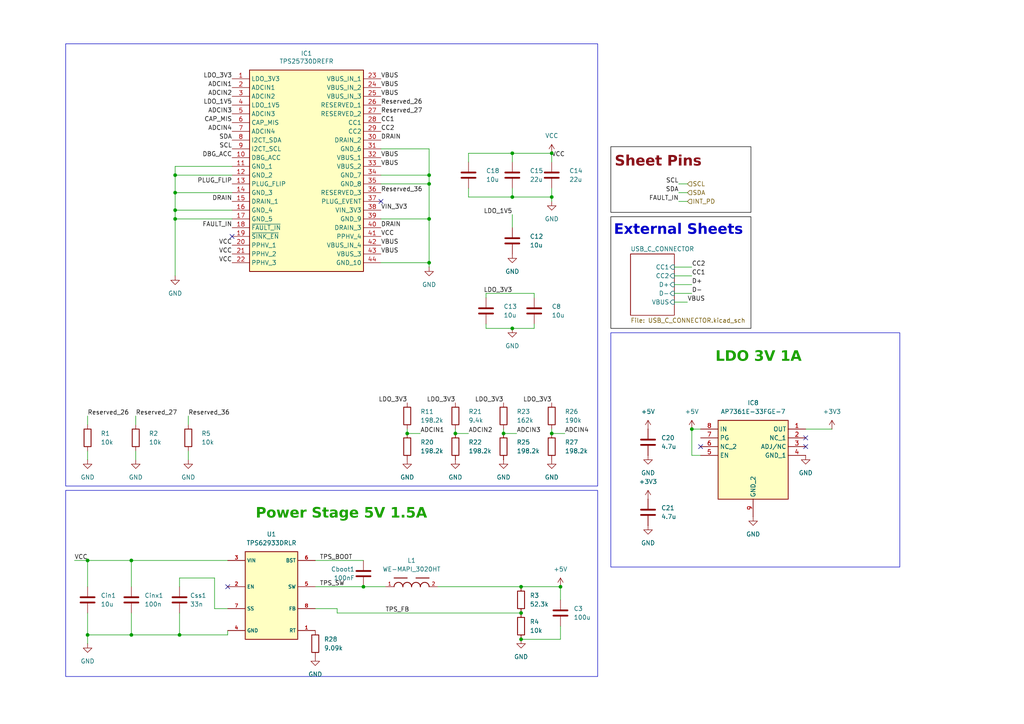
<source format=kicad_sch>
(kicad_sch (version 20250114) (generator "eeschema") (generator_version "9.0")
  (paper "A4")
  (lib_symbols
    (symbol "Device:C" (pin_numbers (hide yes)) (pin_names (offset 0.254))
      (property "Reference" "C" (at 0.635 2.54 0))
      (property "Value" "C" (at 0.635 -2.54 0))
      (symbol "C_0_1"
        (polyline (pts (xy -2.032 0.762) (xy 2.032 0.762)) (stroke (width 0.508)))
        (polyline (pts (xy -2.032 -0.762) (xy 2.032 -0.762)) (stroke (width 0.508)))
      )
      (symbol "C_1_1"
        (pin passive line (at 0 3.81 270) (length 2.794) (name "~") (number "1"))
        (pin passive line (at 0 -3.81 90) (length 2.794) (name "~") (number "2"))
      )
    )
    (symbol "Device:R" (pin_numbers (hide yes)) (pin_names (offset 0))
      (property "Reference" "R" (at 2.032 0 90))
      (property "Value" "R" (at 0 0 90))
      (symbol "R_0_1"
        (rectangle (start -1.016 -2.54) (end 1.016 2.54) (stroke (width 0.254)))
      )
      (symbol "R_1_1"
        (pin passive line (at 0 3.81 270) (length 1.27) (name "~") (number "1"))
        (pin passive line (at 0 -3.81 90) (length 1.27) (name "~") (number "2"))
      )
    )
    (symbol "Symbols:AP7361E-33FGE-7"
      (property "Reference" "IC" (at 26.67 7.62 0))
      (property "Value" "AP7361E-33FGE-7" (at 26.67 5.08 0))
      (symbol "AP7361E-33FGE-7_1_1"
        (rectangle (start 5.08 2.54) (end 25.4 -20.32) (stroke (width 0.254)) (fill (type background)))
        (pin passive line (at 0 0 0) (length 5.08) (name "OUT") (number "1"))
        (pin passive line (at 0 -2.54 0) (length 5.08) (name "NC_1") (number "2"))
        (pin passive line (at 0 -5.08 0) (length 5.08) (name "ADJ/NC") (number "3"))
        (pin passive line (at 0 -7.62 0) (length 5.08) (name "GND_1") (number "4"))
        (pin passive line (at 15.24 -25.4 90) (length 5.08) (name "GND_2") (number "9"))
        (pin passive line (at 30.48 0 180) (length 5.08) (name "IN") (number "8"))
        (pin passive line (at 30.48 -2.54 180) (length 5.08) (name "PG") (number "7"))
        (pin passive line (at 30.48 -5.08 180) (length 5.08) (name "NC_2") (number "6"))
        (pin passive line (at 30.48 -7.62 180) (length 5.08) (name "EN") (number "5"))
      )
    )
    (symbol "Symbols:TPS25730DREFR"
      (property "Reference" "IC" (at 39.37 7.62 0))
      (property "Value" "TPS25730DREFR" (at 39.37 5.08 0))
      (symbol "TPS25730DREFR_1_1"
        (rectangle (start 5.08 2.54) (end 38.1 -55.88) (stroke (width 0.254)) (fill (type background)))
        (pin passive line (at 0 0 0) (length 5.08) (name "LDO_3V3") (number "1"))
        (pin passive line (at 0 -2.54 0) (length 5.08) (name "ADCIN1") (number "2"))
        (pin passive line (at 0 -5.08 0) (length 5.08) (name "ADCIN2") (number "3"))
        (pin passive line (at 0 -7.62 0) (length 5.08) (name "LDO_1V5") (number "4"))
        (pin passive line (at 0 -10.16 0) (length 5.08) (name "ADCIN3") (number "5"))
        (pin passive line (at 0 -12.7 0) (length 5.08) (name "CAP_MIS") (number "6"))
        (pin passive line (at 0 -15.24 0) (length 5.08) (name "ADCIN4") (number "7"))
        (pin passive line (at 0 -17.78 0) (length 5.08) (name "I2CT_SDA") (number "8"))
        (pin passive line (at 0 -20.32 0) (length 5.08) (name "I2CT_SCL") (number "9"))
        (pin passive line (at 0 -22.86 0) (length 5.08) (name "DBG_ACC") (number "10"))
        (pin passive line (at 0 -25.4 0) (length 5.08) (name "GND_1") (number "11"))
        (pin passive line (at 0 -27.94 0) (length 5.08) (name "GND_2") (number "12"))
        (pin passive line (at 0 -30.48 0) (length 5.08) (name "PLUG_FLIP") (number "13"))
        (pin passive line (at 0 -33.02 0) (length 5.08) (name "GND_3") (number "14"))
        (pin passive line (at 0 -35.56 0) (length 5.08) (name "DRAIN_1") (number "15"))
        (pin passive line (at 0 -38.1 0) (length 5.08) (name "GND_4") (number "16"))
        (pin passive line (at 0 -40.64 0) (length 5.08) (name "GND_5") (number "17"))
        (pin passive line (at 0 -43.18 0) (length 5.08) (name "~{FAULT_IN}") (number "18"))
        (pin passive line (at 0 -45.72 0) (length 5.08) (name "~{SINK_EN}") (number "19"))
        (pin passive line (at 0 -48.26 0) (length 5.08) (name "PPHV_1") (number "20"))
        (pin passive line (at 0 -50.8 0) (length 5.08) (name "PPHV_2") (number "21"))
        (pin passive line (at 0 -53.34 0) (length 5.08) (name "PPHV_3") (number "22"))
        (pin passive line (at 43.18 0 180) (length 5.08) (name "VBUS_IN_1") (number "23"))
        (pin passive line (at 43.18 -2.54 180) (length 5.08) (name "VBUS_IN_2") (number "24"))
        (pin passive line (at 43.18 -5.08 180) (length 5.08) (name "VBUS_IN_3") (number "25"))
        (pin passive line (at 43.18 -7.62 180) (length 5.08) (name "RESERVED_1") (number "26"))
        (pin passive line (at 43.18 -10.16 180) (length 5.08) (name "RESERVED_2") (number "27"))
        (pin passive line (at 43.18 -12.7 180) (length 5.08) (name "CC1") (number "28"))
        (pin passive line (at 43.18 -15.24 180) (length 5.08) (name "CC2") (number "29"))
        (pin passive line (at 43.18 -17.78 180) (length 5.08) (name "DRAIN_2") (number "30"))
        (pin passive line (at 43.18 -20.32 180) (length 5.08) (name "GND_6") (number "31"))
        (pin passive line (at 43.18 -22.86 180) (length 5.08) (name "VBUS_1") (number "32"))
        (pin passive line (at 43.18 -25.4 180) (length 5.08) (name "VBUS_2") (number "33"))
        (pin passive line (at 43.18 -27.94 180) (length 5.08) (name "GND_7") (number "34"))
        (pin passive line (at 43.18 -30.48 180) (length 5.08) (name "GND_8") (number "35"))
        (pin passive line (at 43.18 -33.02 180) (length 5.08) (name "RESERVED_3") (number "36"))
        (pin passive line (at 43.18 -35.56 180) (length 5.08) (name "PLUG_EVENT") (number "37"))
        (pin passive line (at 43.18 -38.1 180) (length 5.08) (name "VIN_3V3") (number "38"))
        (pin passive line (at 43.18 -40.64 180) (length 5.08) (name "GND_9") (number "39"))
        (pin passive line (at 43.18 -43.18 180) (length 5.08) (name "DRAIN_3") (number "40"))
        (pin passive line (at 43.18 -45.72 180) (length 5.08) (name "PPHV_4") (number "41"))
        (pin passive line (at 43.18 -48.26 180) (length 5.08) (name "VBUS_IN_4") (number "42"))
        (pin passive line (at 43.18 -50.8 180) (length 5.08) (name "VBUS_3") (number "43"))
        (pin passive line (at 43.18 -53.34 180) (length 5.08) (name "GND_10") (number "44"))
      )
    )
    (symbol "Symbols:TPS62933DRLR"
      (property "Reference" "U2" (at 0 17.78 0))
      (property "Value" "TPS62933DRLR" (at 0 15.24 0))
      (symbol "TPS62933DRLR_0_0"
        (rectangle (start -7.62 12.7) (end 7.62 -12.7) (stroke (width 0.254)) (fill (type background)))
        (pin input line (at -12.7 10.16 0) (length 5.08) (name "VIN") (number "3"))
        (pin input line (at -12.7 2.54 0) (length 5.08) (name "EN") (number "2"))
        (pin power_in line (at -12.7 -10.16 0) (length 5.08) (name "GND") (number "4"))
        (pin power_in line (at 12.7 10.16 180) (length 5.08) (name "BST") (number "6"))
        (pin output line (at 12.7 2.54 180) (length 5.08) (name "SW") (number "5"))
        (pin input line (at 12.7 -3.81 180) (length 5.08) (name "FB") (number "8"))
        (pin input line (at 12.7 -10.16 180) (length 5.08) (name "RT") (number "1"))
      )
      (symbol "TPS62933DRLR_1_0"
        (pin output line (at -12.7 -3.81 0) (length 5.08) (name "SS") (number "7"))
      )
    )
    (symbol "Symbols:WE-MAPI_3020HT" (pin_names (offset 1.016))
      (property "Reference" "L" (at 0 3.81 0))
      (property "Value" "WE-MAPI_3020HT" (at 0 -2.54 0))
      (symbol "WE-MAPI_3020HT_0_0"
        (polyline (pts (xy -5.08 2.54) (xy -1.27 2.54)) (stroke (width 0.254)))
        (arc (start -5.08 0) (mid -3.81 1.2645) (end -2.54 0) (stroke (width 0.254)))
        (arc (start -2.54 0) (mid -1.27 1.2645) (end 0 0) (stroke (width 0.254)))
        (polyline (pts (xy 1.27 2.54) (xy 5.08 2.54)) (stroke (width 0.254)))
        (arc (start 0 0) (mid 1.27 1.2645) (end 2.54 0) (stroke (width 0.254)))
        (arc (start 2.54 0) (mid 3.81 1.2645) (end 5.08 0) (stroke (width 0.254)))
        (pin passive line (at -7.62 0 0) (length 2.54) (name "~") (number "1"))
        (pin passive line (at 7.62 0 180) (length 2.54) (name "~") (number "2"))
      )
    )
    (symbol "power:+5V" (power) (pin_numbers (hide yes)) (pin_names (offset 0) (hide yes))
      (property "Value" "+5V" (at 0 3.556 0))
      (symbol "+5V_0_1"
        (polyline (pts (xy -0.762 1.27) (xy 0 2.54)))
        (polyline (pts (xy 0 2.54) (xy 0.762 1.27)))
        (polyline (pts (xy 0 0) (xy 0 2.54)))
      )
      (symbol "+5V_1_1"
        (pin power_in line (at 0 0 90) (length 0) (name "~") (number "1"))
      )
    )
    (symbol "power:GND" (power) (pin_numbers (hide yes)) (pin_names (offset 0) (hide yes))
      (property "Value" "GND" (at 0 -3.81 0))
      (symbol "GND_0_1"
        (polyline (pts (xy 0 0) (xy 0 -1.27) (xy 1.27 -1.27) (xy 0 -2.54) (xy -1.27 -1.27) (xy 0 -1.27)))
      )
      (symbol "GND_1_1"
        (pin power_in line (at 0 0 270) (length 0) (name "~") (number "1"))
      )
    )
    (symbol "power:VCC" (power) (pin_numbers (hide yes)) (pin_names (offset 0) (hide yes))
      (property "Value" "VCC" (at 0 3.556 0))
      (symbol "VCC_0_1"
        (polyline (pts (xy -0.762 1.27) (xy 0 2.54)))
        (polyline (pts (xy 0 2.54) (xy 0.762 1.27)))
        (polyline (pts (xy 0 0) (xy 0 2.54)))
      )
      (symbol "VCC_1_1"
        (pin power_in line (at 0 0 90) (length 0) (name "~") (number "1"))
      )
    )
  )
  (rectangle (start 19.05 142.24) (end 173.355 196.215))
  (rectangle (start 177.165 42.545) (end 217.805 61.595) (stroke (width 0) (color 0 0 0 1)))
  (rectangle (start 177.165 96.52) (end 260.985 164.465))
  (rectangle (start 19.05 12.7) (end 173.355 140.97))
  (rectangle (start 177.165 62.865) (end 217.805 95.25) (stroke (width 0) (color 0 0 0 1)))
  (text "Sheet Pins" (at 178.308 49.53 0) (effects (font (size 3 3) (thickness 0.6) (bold yes)) (justify left bottom)))
  (text "Power Stage 5V 1.5A" (at 74.168 151.638 0) (effects (font (size 3 3) (thickness 0.6) (bold yes)) (justify left bottom)))
  (text "External Sheets\n" (at 178.054 69.342 0) (effects (font (size 3 3) (thickness 0.6) (bold yes)) (justify left bottom)))
  (text "LDO 3V 1A\n" (at 207.518 106.172 0) (effects (font (size 3 3) (thickness 0.6) (bold yes)) (justify left bottom)))
  (junction (at 50.8 55.88))
  (junction (at 50.8 60.96))
  (junction (at 124.46 76.2))
  (junction (at 132.08 125.73))
  (junction (at 148.59 95.25))
  (junction (at 25.4 162.56))
  (junction (at 148.59 57.15))
  (junction (at 105.41 170.18))
  (junction (at 118.11 125.73))
  (junction (at 50.8 50.8))
  (junction (at 160.02 125.73))
  (junction (at 124.46 50.8))
  (junction (at 160.02 57.15))
  (junction (at 200.66 124.46))
  (junction (at 148.59 44.45))
  (junction (at 25.4 184.15))
  (junction (at 50.8 63.5))
  (junction (at 124.46 53.34))
  (junction (at 52.07 184.15))
  (junction (at 151.13 170.18))
  (junction (at 162.56 170.18))
  (junction (at 160.02 44.45))
  (junction (at 38.1 184.15))
  (junction (at 151.13 177.8))
  (junction (at 146.05 125.73))
  (junction (at 151.13 185.42))
  (junction (at 38.1 162.56))
  (junction (at 124.46 63.5))
  (no_connect (at 110.49 58.42))
  (no_connect (at 233.68 127))
  (no_connect (at 233.68 129.54))
  (no_connect (at 67.31 68.58))
  (no_connect (at 203.2 129.54))
  (no_connect (at 66.04 170.18))
  (wire (pts (xy 160.02 57.15) (xy 160.02 54.61)))
  (wire (pts (xy 124.46 53.34) (xy 110.49 53.34)))
  (wire (pts (xy 62.23 167.64) (xy 62.23 176.53)))
  (wire (pts (xy 160.02 58.42) (xy 160.02 57.15)))
  (wire (pts (xy 91.44 176.53) (xy 97.79 176.53)))
  (wire (pts (xy 196.85 58.42) (xy 199.39 58.42)))
  (wire (pts (xy 160.02 44.45) (xy 160.02 46.99)))
  (wire (pts (xy 50.8 48.26) (xy 67.31 48.26)))
  (wire (pts (xy 118.11 124.46) (xy 118.11 125.73)))
  (wire (pts (xy 97.79 176.53) (xy 97.79 177.8)))
  (wire (pts (xy 52.07 170.18) (xy 52.07 167.64)))
  (wire (pts (xy 50.8 55.88) (xy 50.8 50.8)))
  (wire (pts (xy 50.8 50.8) (xy 67.31 50.8)))
  (wire (pts (xy 151.13 170.18) (xy 162.56 170.18)))
  (wire (pts (xy 196.85 53.34) (xy 199.39 53.34)))
  (wire (pts (xy 105.41 170.18) (xy 111.76 170.18)))
  (wire (pts (xy 148.59 44.45) (xy 160.02 44.45)))
  (wire (pts (xy 195.58 77.47) (xy 200.66 77.47)))
  (wire (pts (xy 135.89 54.61) (xy 135.89 57.15)))
  (wire (pts (xy 124.46 76.2) (xy 124.46 63.5)))
  (wire (pts (xy 140.97 85.09) (xy 140.97 86.36)))
  (wire (pts (xy 124.46 50.8) (xy 124.46 53.34)))
  (wire (pts (xy 25.4 184.15) (xy 25.4 177.8)))
  (wire (pts (xy 38.1 184.15) (xy 52.07 184.15)))
  (wire (pts (xy 154.94 85.09) (xy 154.94 86.36)))
  (wire (pts (xy 195.58 82.55) (xy 200.66 82.55)))
  (wire (pts (xy 50.8 50.8) (xy 50.8 48.26)))
  (wire (pts (xy 160.02 125.73) (xy 163.83 125.73)))
  (wire (pts (xy 50.8 60.96) (xy 67.31 60.96)))
  (wire (pts (xy 39.37 130.81) (xy 39.37 133.35)))
  (wire (pts (xy 25.4 162.56) (xy 38.1 162.56)))
  (wire (pts (xy 146.05 125.73) (xy 149.86 125.73)))
  (wire (pts (xy 50.8 60.96) (xy 50.8 55.88)))
  (wire (pts (xy 50.8 63.5) (xy 50.8 60.96)))
  (wire (pts (xy 135.89 44.45) (xy 148.59 44.45)))
  (wire (pts (xy 25.4 120.65) (xy 25.4 123.19)))
  (wire (pts (xy 97.79 177.8) (xy 151.13 177.8)))
  (wire (pts (xy 195.58 87.63) (xy 199.39 87.63)))
  (wire (pts (xy 132.08 125.73) (xy 135.89 125.73)))
  (wire (pts (xy 124.46 43.18) (xy 124.46 50.8)))
  (wire (pts (xy 54.61 130.81) (xy 54.61 133.35)))
  (wire (pts (xy 124.46 63.5) (xy 110.49 63.5)))
  (wire (pts (xy 38.1 162.56) (xy 66.04 162.56)))
  (wire (pts (xy 25.4 184.15) (xy 38.1 184.15)))
  (wire (pts (xy 110.49 50.8) (xy 124.46 50.8)))
  (wire (pts (xy 118.11 125.73) (xy 121.92 125.73)))
  (wire (pts (xy 52.07 184.15) (xy 66.04 184.15)))
  (wire (pts (xy 140.97 95.25) (xy 140.97 93.98)))
  (wire (pts (xy 146.05 124.46) (xy 146.05 125.73)))
  (wire (pts (xy 124.46 76.2) (xy 124.46 77.47)))
  (wire (pts (xy 200.66 132.08) (xy 200.66 124.46)))
  (wire (pts (xy 124.46 63.5) (xy 124.46 53.34)))
  (wire (pts (xy 241.3 124.46) (xy 233.68 124.46)))
  (wire (pts (xy 148.59 95.25) (xy 154.94 95.25)))
  (wire (pts (xy 50.8 63.5) (xy 67.31 63.5)))
  (wire (pts (xy 162.56 170.18) (xy 162.56 173.99)))
  (wire (pts (xy 38.1 162.56) (xy 38.1 170.18)))
  (wire (pts (xy 127 170.18) (xy 151.13 170.18)))
  (wire (pts (xy 196.85 55.88) (xy 199.39 55.88)))
  (wire (pts (xy 50.8 55.88) (xy 67.31 55.88)))
  (wire (pts (xy 66.04 184.15) (xy 66.04 182.88)))
  (wire (pts (xy 91.44 162.56) (xy 105.41 162.56)))
  (wire (pts (xy 151.13 185.42) (xy 162.56 185.42)))
  (wire (pts (xy 25.4 186.69) (xy 25.4 184.15)))
  (wire (pts (xy 110.49 43.18) (xy 124.46 43.18)))
  (wire (pts (xy 135.89 57.15) (xy 148.59 57.15)))
  (wire (pts (xy 160.02 124.46) (xy 160.02 125.73)))
  (wire (pts (xy 25.4 170.18) (xy 25.4 162.56)))
  (wire (pts (xy 154.94 95.25) (xy 154.94 93.98)))
  (wire (pts (xy 54.61 120.65) (xy 54.61 123.19)))
  (wire (pts (xy 140.97 85.09) (xy 154.94 85.09)))
  (wire (pts (xy 52.07 177.8) (xy 52.07 184.15)))
  (wire (pts (xy 162.56 181.61) (xy 162.56 185.42)))
  (wire (pts (xy 200.66 124.46) (xy 203.2 124.46)))
  (wire (pts (xy 39.37 120.65) (xy 39.37 123.19)))
  (wire (pts (xy 21.59 162.56) (xy 25.4 162.56)))
  (wire (pts (xy 195.58 80.01) (xy 200.66 80.01)))
  (wire (pts (xy 91.44 170.18) (xy 105.41 170.18)))
  (wire (pts (xy 148.59 57.15) (xy 160.02 57.15)))
  (wire (pts (xy 25.4 130.81) (xy 25.4 133.35)))
  (wire (pts (xy 135.89 46.99) (xy 135.89 44.45)))
  (wire (pts (xy 132.08 124.46) (xy 132.08 125.73)))
  (wire (pts (xy 203.2 132.08) (xy 200.66 132.08)))
  (wire (pts (xy 148.59 66.04) (xy 148.59 62.23)))
  (wire (pts (xy 148.59 54.61) (xy 148.59 57.15)))
  (wire (pts (xy 148.59 46.99) (xy 148.59 44.45)))
  (wire (pts (xy 148.59 95.25) (xy 140.97 95.25)))
  (wire (pts (xy 62.23 176.53) (xy 66.04 176.53)))
  (wire (pts (xy 50.8 80.01) (xy 50.8 63.5)))
  (wire (pts (xy 195.58 85.09) (xy 200.66 85.09)))
  (wire (pts (xy 110.49 76.2) (xy 124.46 76.2)))
  (wire (pts (xy 52.07 167.64) (xy 62.23 167.64)))
  (wire (pts (xy 38.1 177.8) (xy 38.1 184.15)))
  (label "LDO_1V5" (at 67.31 30.48 180))
  (label "ADCIN1" (at 67.31 25.4 180))
  (label "VCC" (at 110.49 68.58 0))
  (label "SCL" (at 67.31 43.18 180))
  (label "ADCIN4" (at 163.83 125.73 0))
  (label "ADCIN2" (at 135.89 125.73 0))
  (label "TPS_BOOT" (at 92.71 162.56 0))
  (label "Reserved_26" (at 110.49 30.48 0))
  (label "DRAIN" (at 110.49 40.64 0))
  (label "CAP_MIS" (at 67.31 35.56 180))
  (label "Reserved_36" (at 54.61 120.65 0))
  (label "D-" (at 200.66 85.09 0))
  (label "VBUS" (at 110.49 25.4 0))
  (label "ADCIN3" (at 149.86 125.73 0))
  (label "TPS_SW" (at 92.71 170.18 0))
  (label "LDO_3V3" (at 67.31 22.86 180))
  (label "VBUS" (at 110.49 48.26 0))
  (label "CC1" (at 200.66 80.01 0))
  (label "LDO_3V3" (at 132.08 116.84 180))
  (label "ADCIN2" (at 67.31 27.94 180))
  (label "D+" (at 200.66 82.55 0))
  (label "LDO_3V3" (at 148.59 85.09 180))
  (label "VCC" (at 67.31 71.12 180))
  (label "Reserved_27" (at 39.37 120.65 0))
  (label "VCC" (at 67.31 73.66 180))
  (label "VBUS" (at 110.49 22.86 0))
  (label "Reserved_27" (at 110.49 33.02 0))
  (label "VBUS" (at 110.49 45.72 0))
  (label "VBUS" (at 199.39 87.63 0))
  (label "VCC" (at 67.31 76.2 180))
  (label "SCL" (at 196.85 53.34 180))
  (label "FAULT_IN" (at 196.85 58.42 180))
  (label "VCC" (at 160.02 45.72 0))
  (label "TPS_FB" (at 111.76 177.8 0))
  (label "VIN_3V3" (at 110.49 60.96 0))
  (label "DBG_ACC" (at 67.31 45.72 180))
  (label "LDO_3V3" (at 160.02 116.84 180))
  (label "SDA" (at 196.85 55.88 180))
  (label "ADCIN4" (at 67.31 38.1 180))
  (label "LDO_3V3" (at 146.05 116.84 180))
  (label "VBUS" (at 110.49 71.12 0))
  (label "VBUS" (at 110.49 73.66 0))
  (label "Reserved_26" (at 25.4 120.65 0))
  (label "CC1" (at 110.49 35.56 0))
  (label "VBUS" (at 110.49 27.94 0))
  (label "DRAIN" (at 110.49 66.04 0))
  (label "Reserved_36" (at 110.49 55.88 0))
  (label "ADCIN1" (at 121.92 125.73 0))
  (label "CC2" (at 110.49 38.1 0))
  (label "ADCIN3" (at 67.31 33.02 180))
  (label "FAULT_IN" (at 67.31 66.04 180))
  (label "SDA" (at 67.31 40.64 180))
  (label "CC2" (at 200.66 77.47 0))
  (label "LDO_3V3" (at 118.11 116.84 180))
  (label "DRAIN" (at 67.31 58.42 180))
  (label "LDO_1V5" (at 148.59 62.23 180))
  (label "PLUG_FLIP" (at 67.31 53.34 180))
  (label "VCC" (at 21.59 162.56 0))
  (hierarchical_label "SCL" (shape input) (at 199.39 53.34 0))
  (hierarchical_label "SDA" (shape input) (at 199.39 55.88 0))
  (hierarchical_label "INT_PD" (shape input) (at 199.39 58.42 0))
  (symbol (lib_id "power:GND") (at 50.8 80.01 0) (unit 1)
    (property "Reference" "#PWR036" (effects (hide yes)))
    (property "Value" "GND" (at 50.8 85.09 0))
    (property "Description" "Power symbol creates a global label with name \"GND\" , ground" (effects (hide yes)))
  )
  (symbol (lib_id "power:GND") (at 233.68 132.08 0) (unit 1)
    (property "Reference" "#PWR072" (effects (hide yes)))
    (property "Value" "GND" (at 233.68 137.16 0))
    (property "Description" "Power symbol creates a global label with name \"GND\" , ground" (effects (hide yes)))
  )
  (symbol (lib_id "power:GND") (at 148.59 95.25 0) (unit 1)
    (property "Reference" "#PWR039" (effects (hide yes)))
    (property "Value" "GND" (at 148.59 100.33 0))
    (property "Description" "Power symbol creates a global label with name \"GND\" , ground" (effects (hide yes)))
  )
  (symbol (lib_id "power:+5V") (at 187.96 144.78 0) (unit 1)
    (property "Reference" "#PWR074" (effects (hide yes)))
    (property "Value" "+3V3" (at 187.96 139.7 0))
    (property "Description" "Power symbol creates a global label with name \"+5V\"" (effects (hide yes)))
  )
  (symbol (lib_id "power:GND") (at 148.59 73.66 0) (unit 1)
    (property "Reference" "#PWR040" (effects (hide yes)))
    (property "Value" "GND" (at 148.59 78.74 0))
    (property "Description" "Power symbol creates a global label with name \"GND\" , ground" (effects (hide yes)))
  )
  (symbol (lib_id "power:GND") (at 54.61 133.35 0) (unit 1)
    (property "Reference" "#PWR058" (effects (hide yes)))
    (property "Value" "GND" (at 54.61 138.43 0))
    (property "Description" "Power symbol creates a global label with name \"GND\" , ground" (effects (hide yes)))
  )
  (symbol (lib_id "power:GND") (at 132.08 133.35 0) (unit 1)
    (property "Reference" "#PWR060" (effects (hide yes)))
    (property "Value" "GND" (at 132.08 138.43 0))
    (property "Description" "Power symbol creates a global label with name \"GND\" , ground" (effects (hide yes)))
  )
  (symbol (lib_id "Device:C") (at 38.1 173.99 180) (unit 1)
    (property "Reference" "Cinx1" (at 41.91 172.7199 0) (effects (justify right)))
    (property "Value" "100n" (at 41.91 175.2599 0) (effects (justify right)))
    (property "Footprint" "Capacitor_SMD:C_0603_1608Metric" (effects (hide yes)))
    (property "Description" "Unpolarized capacitor" (effects (hide yes)))
    (property "MPN" "GPC0603104-100" (effects (hide yes)))
  )
  (symbol (lib_id "power:GND") (at 146.05 133.35 0) (unit 1)
    (property "Reference" "#PWR061" (effects (hide yes)))
    (property "Value" "GND" (at 146.05 138.43 0))
    (property "Description" "Power symbol creates a global label with name \"GND\" , ground" (effects (hide yes)))
  )
  (symbol (lib_id "power:GND") (at 187.96 152.4 0) (unit 1)
    (property "Reference" "#PWR076" (effects (hide yes)))
    (property "Value" "GND" (at 187.96 157.48 0))
    (property "Description" "Power symbol creates a global label with name \"GND\" , ground" (effects (hide yes)))
  )
  (symbol (lib_id "Device:R") (at 146.05 120.65 0) (unit 1)
    (property "Reference" "R23" (at 149.86 119.3799 0) (effects (justify left)))
    (property "Value" "162k" (at 149.86 121.9199 0) (effects (justify left)))
    (property "Footprint" "Resistor_SMD:R_0402_1005Metric" (effects (hide yes)))
    (property "Description" "Resistor" (effects (hide yes)))
  )
  (symbol (lib_id "Device:R") (at 151.13 173.99 0) (unit 1)
    (property "Reference" "R3" (at 153.67 172.7199 0) (effects (justify left)))
    (property "Value" "52.3k" (at 153.67 175.2599 0) (effects (justify left)))
    (property "Footprint" "Resistor_SMD:R_0402_1005Metric" (effects (hide yes)))
    (property "Description" "Resistor" (effects (hide yes)))
    (property "LCSC" "C103091" (effects (hide yes)))
    (property "Digikey" "1292-WR04X3092FTR-ND" (effects (hide yes)))
    (property "Mouser" "791-WR04X3092FTR " (effects (hide yes)))
    (property "MPN" "WR04X3092FTR " (effects (hide yes)))
  )
  (symbol (lib_id "power:GND") (at 187.96 132.08 0) (unit 1)
    (property "Reference" "#PWR075" (effects (hide yes)))
    (property "Value" "GND" (at 187.96 137.16 0))
    (property "Description" "Power symbol creates a global label with name \"GND\" , ground" (effects (hide yes)))
  )
  (symbol (lib_id "Device:C") (at 187.96 148.59 0) (unit 1)
    (property "Reference" "C21" (at 191.77 147.3199 0) (effects (justify left)))
    (property "Value" "4.7u" (at 191.77 149.8599 0) (effects (justify left)))
    (property "Footprint" "Capacitor_SMD:C_0603_1608Metric" (effects (hide yes)))
    (property "Description" "Unpolarized capacitor" (effects (hide yes)))
  )
  (symbol (lib_id "Device:R") (at 91.44 186.69 0) (unit 1)
    (property "Reference" "R28" (at 93.98 185.4199 0) (effects (justify left)))
    (property "Value" "9.09k" (at 93.98 187.9599 0) (effects (justify left)))
    (property "Footprint" "Resistor_SMD:R_0402_1005Metric" (effects (hide yes)))
    (property "Description" "Resistor" (effects (hide yes)))
  )
  (symbol (lib_id "power:GND") (at 151.13 185.42 0) (unit 1)
    (property "Reference" "#PWR03" (effects (hide yes)))
    (property "Value" "GND" (at 151.13 190.5 0))
    (property "Description" "Power symbol creates a global label with name \"GND\" , ground" (effects (hide yes)))
  )
  (symbol (lib_id "Device:R") (at 151.13 181.61 0) (unit 1)
    (property "Reference" "R4" (at 153.67 180.3399 0) (effects (justify left)))
    (property "Value" "10k" (at 153.67 182.8799 0) (effects (justify left)))
    (property "Footprint" "Resistor_SMD:R_0402_1005Metric" (effects (hide yes)))
    (property "Description" "Resistor" (effects (hide yes)))
    (property "LCSC" "C25744" (effects (hide yes)))
    (property "GPN" "GPR040210K" (effects (hide yes)))
  )
  (symbol (lib_id "power:+5V") (at 187.96 124.46 0) (unit 1)
    (property "Reference" "#PWR070" (effects (hide yes)))
    (property "Value" "+5V" (at 187.96 119.38 0))
    (property "Description" "Power symbol creates a global label with name \"+5V\"" (effects (hide yes)))
  )
  (symbol (lib_id "power:GND") (at 218.44 149.86 0) (unit 1)
    (property "Reference" "#PWR073" (effects (hide yes)))
    (property "Value" "GND" (at 218.44 154.94 0))
    (property "Description" "Power symbol creates a global label with name \"GND\" , ground" (effects (hide yes)))
  )
  (symbol (lib_id "Symbols:TPS62933DRLR") (at 78.74 172.72 0) (unit 1)
    (property "Reference" "U1" (at 78.74 154.94 0))
    (property "Value" "TPS62933DRLR" (at 78.74 157.48 0))
    (property "Footprint" "Footprints:SOTFL50P160X60-8N" (effects (hide yes)))
    (property "Datasheet" "https://www.lcsc.com/datasheet/lcsc_datasheet_2302220500_Texas-Instruments-TPS62933DRLR_C3200405.pdf" (effects (hide yes)))
    (property "Description" "Buck 3.8V~30V 3A 800mV~22V" (effects (hide yes)))
    (property "Digikey" "296-TPS62933DRLRTR-ND" (effects (hide yes)))
    (property "Mouser" "595-TPS62933DRLR " (effects (hide yes)))
    (property "MPN" "TPS62933DRLR" (effects (hide yes)))
  )
  (symbol (lib_id "Device:R") (at 132.08 129.54 0) (unit 1)
    (property "Reference" "R22" (at 135.89 128.2699 0) (effects (justify left)))
    (property "Value" "198.2k" (at 135.89 130.8099 0) (effects (justify left)))
    (property "Footprint" "Resistor_SMD:R_0402_1005Metric" (effects (hide yes)))
    (property "Description" "Resistor" (effects (hide yes)))
  )
  (symbol (lib_id "power:GND") (at 124.46 77.47 0) (unit 1)
    (property "Reference" "#PWR035" (effects (hide yes)))
    (property "Value" "GND" (at 124.46 82.55 0))
    (property "Description" "Power symbol creates a global label with name \"GND\" , ground" (effects (hide yes)))
  )
  (symbol (lib_id "Device:C") (at 105.41 166.37 0) (mirror y) (unit 1)
    (property "Reference" "Cboot1" (at 102.87 165.1 0) (effects (justify left)))
    (property "Value" "100nF" (at 102.87 167.64 0) (effects (justify left)))
    (property "Footprint" "Capacitor_SMD:C_0402_1005Metric" (effects (hide yes)))
    (property "Description" "Unpolarized capacitor" (effects (hide yes)))
    (property "LCSC" "C1525" (effects (hide yes)))
    (property "MPN" "GPC0402104" (effects (hide yes)))
  )
  (symbol (lib_id "power:GND") (at 91.44 190.5 0) (unit 1)
    (property "Reference" "#PWR066" (effects (hide yes)))
    (property "Value" "GND" (at 91.44 195.58 0))
    (property "Description" "Power symbol creates a global label with name \"GND\" , ground" (effects (hide yes)))
  )
  (symbol (lib_id "Device:R") (at 25.4 127 0) (unit 1)
    (property "Reference" "R1" (at 29.21 125.7299 0) (effects (justify left)))
    (property "Value" "10k" (at 29.21 128.2699 0) (effects (justify left)))
    (property "Footprint" "Resistor_SMD:R_0402_1005Metric" (effects (hide yes)))
    (property "Description" "Resistor" (effects (hide yes)))
  )
  (symbol (lib_id "power:GND") (at 25.4 133.35 0) (unit 1)
    (property "Reference" "#PWR049" (effects (hide yes)))
    (property "Value" "GND" (at 25.4 138.43 0))
    (property "Description" "Power symbol creates a global label with name \"GND\" , ground" (effects (hide yes)))
  )
  (symbol (lib_id "Device:C") (at 135.89 50.8 0) (unit 1)
    (property "Reference" "C18" (at 140.97 49.5299 0) (effects (justify left)))
    (property "Value" "10u" (at 140.97 52.0699 0) (effects (justify left)))
    (property "Footprint" "Capacitor_SMD:C_0805_2012Metric" (effects (hide yes)))
    (property "Description" "Unpolarized capacitor" (effects (hide yes)))
    (property "MPN" "GPC0805106-35" (effects (hide yes)))
  )
  (symbol (lib_id "Device:R") (at 54.61 127 0) (unit 1)
    (property "Reference" "R5" (at 58.42 125.7299 0) (effects (justify left)))
    (property "Value" "10k" (at 58.42 128.2699 0) (effects (justify left)))
    (property "Footprint" "Resistor_SMD:R_0402_1005Metric" (effects (hide yes)))
    (property "Description" "Resistor" (effects (hide yes)))
  )
  (symbol (lib_id "Device:R") (at 118.11 129.54 0) (unit 1)
    (property "Reference" "R20" (at 121.92 128.2699 0) (effects (justify left)))
    (property "Value" "198.2k" (at 121.92 130.8099 0) (effects (justify left)))
    (property "Footprint" "Resistor_SMD:R_0402_1005Metric" (effects (hide yes)))
    (property "Description" "Resistor" (effects (hide yes)))
  )
  (symbol (lib_id "Symbols:AP7361E-33FGE-7") (at 233.68 124.46 0) (mirror y) (unit 1)
    (property "Reference" "IC8" (at 218.44 116.84 0))
    (property "Value" "AP7361E-33FGE-7" (at 218.44 119.38 0))
    (property "Footprint" "Footprints:SON65P300X300X63-9N" (effects (hide yes)))
    (property "Datasheet" "https://www.diodes.com/datasheet/download/AP7361E.pdf" (effects (hide yes)))
    (property "Description" "Wide Input Voltage Range: 2.2V to 6.0V  Output Voltage Accuracy: +/-1%  Very Low Dropout Voltage (3.3V): 360mV at 1A Typical  Low Quiescent Current (IQ): 60A Typical  Adjustable Output Voltage Range: 0.8V to 5.0V  Fixed Output Options: 1.0V, 1.2V, 1.5V, 1.8V, 2.5V, 2.8V and 3.3V  High PSRR: 75dB @ 1kHz  Current Limit: 1.5A  Fold-Back Short Circuit Protection: 400mA  Power-Good (PG) Output for Supply Monitoring and for Sequencing of Other Supplies" (effects (hide yes)))
    (property "Height" "0.63" (effects (hide yes)))
    (property "Mouser Part Number" "621-AP7361E-33FGE-7" (effects (hide yes)))
    (property "Mouser Price/Stock" "https://www.mouser.co.uk/ProductDetail/Diodes-Incorporated/AP7361E-33FGE-7?qs=hd1VzrDQEGjeYIMlU6aeYw%3D%3D" (effects (hide yes)))
    (property "Manufacturer_Name" "Diodes Incorporated" (effects (hide yes)))
    (property "Manufacturer_Part_Number" "AP7361E-33FGE-7" (effects (hide yes)))
  )
  (symbol (lib_id "power:GND") (at 160.02 58.42 0) (unit 1)
    (property "Reference" "#PWR064" (effects (hide yes)))
    (property "Value" "GND" (at 160.02 63.5 0))
    (property "Description" "Power symbol creates a global label with name \"GND\" , ground" (effects (hide yes)))
  )
  (symbol (lib_id "Device:C") (at 187.96 128.27 0) (unit 1)
    (property "Reference" "C20" (at 191.77 126.9999 0) (effects (justify left)))
    (property "Value" "4.7u" (at 191.77 129.5399 0) (effects (justify left)))
    (property "Footprint" "Capacitor_SMD:C_0603_1608Metric" (effects (hide yes)))
    (property "Description" "Unpolarized capacitor" (effects (hide yes)))
  )
  (symbol (lib_id "power:GND") (at 39.37 133.35 0) (unit 1)
    (property "Reference" "#PWR057" (effects (hide yes)))
    (property "Value" "GND" (at 39.37 138.43 0))
    (property "Description" "Power symbol creates a global label with name \"GND\" , ground" (effects (hide yes)))
  )
  (symbol (lib_id "Device:C") (at 148.59 69.85 0) (unit 1)
    (property "Reference" "C12" (at 153.67 68.5799 0) (effects (justify left)))
    (property "Value" "10u" (at 153.67 71.1199 0) (effects (justify left)))
    (property "Footprint" "Capacitor_SMD:C_0402_1005Metric" (effects (hide yes)))
    (property "Description" "Unpolarized capacitor" (effects (hide yes)))
  )
  (symbol (lib_id "Device:C") (at 160.02 50.8 0) (unit 1)
    (property "Reference" "C14" (at 165.1 49.5299 0) (effects (justify left)))
    (property "Value" "22u" (at 165.1 52.0699 0) (effects (justify left)))
    (property "Footprint" "Capacitor_SMD:C_0805_2012Metric" (effects (hide yes)))
    (property "Description" "Unpolarized capacitor" (effects (hide yes)))
    (property "MPN" "MLAST21GBB5226MTNC12" (effects (hide yes)))
  )
  (symbol (lib_id "Device:R") (at 160.02 120.65 0) (unit 1)
    (property "Reference" "R26" (at 163.83 119.3799 0) (effects (justify left)))
    (property "Value" "190k" (at 163.83 121.9199 0) (effects (justify left)))
    (property "Footprint" "Resistor_SMD:R_0402_1005Metric" (effects (hide yes)))
    (property "Description" "Resistor" (effects (hide yes)))
  )
  (symbol (lib_id "power:+5V") (at 241.3 124.46 0) (unit 1)
    (property "Reference" "#PWR071" (effects (hide yes)))
    (property "Value" "+3V3" (at 241.3 119.38 0))
    (property "Description" "Power symbol creates a global label with name \"+5V\"" (effects (hide yes)))
  )
  (symbol (lib_id "power:+5V") (at 200.66 124.46 0) (unit 1)
    (property "Reference" "#PWR069" (effects (hide yes)))
    (property "Value" "+5V" (at 200.66 119.38 0))
    (property "Description" "Power symbol creates a global label with name \"+5V\"" (effects (hide yes)))
  )
  (symbol (lib_id "Device:C") (at 140.97 90.17 0) (unit 1)
    (property "Reference" "C13" (at 146.05 88.8999 0) (effects (justify left)))
    (property "Value" "10u" (at 146.05 91.4399 0) (effects (justify left)))
    (property "Footprint" "Capacitor_SMD:C_0402_1005Metric" (effects (hide yes)))
    (property "Description" "Unpolarized capacitor" (effects (hide yes)))
  )
  (symbol (lib_id "Device:R") (at 146.05 129.54 0) (unit 1)
    (property "Reference" "R25" (at 149.86 128.2699 0) (effects (justify left)))
    (property "Value" "198.2k" (at 149.86 130.8099 0) (effects (justify left)))
    (property "Footprint" "Resistor_SMD:R_0402_1005Metric" (effects (hide yes)))
    (property "Description" "Resistor" (effects (hide yes)))
  )
  (symbol (lib_id "Symbols:WE-MAPI_3020HT") (at 119.38 170.18 0) (unit 1)
    (property "Reference" "L1" (at 119.38 162.56 0))
    (property "Value" "WE-MAPI_3020HT" (at 119.38 165.1 0))
    (property "Footprint" "Footprints:WE-MAPI_3020" (effects (hide yes)))
  )
  (symbol (lib_id "power:GND") (at 118.11 133.35 0) (unit 1)
    (property "Reference" "#PWR059" (effects (hide yes)))
    (property "Value" "GND" (at 118.11 138.43 0))
    (property "Description" "Power symbol creates a global label with name \"GND\" , ground" (effects (hide yes)))
  )
  (symbol (lib_id "Device:R") (at 132.08 120.65 0) (unit 1)
    (property "Reference" "R21" (at 135.89 119.3799 0) (effects (justify left)))
    (property "Value" "9.4k" (at 135.89 121.9199 0) (effects (justify left)))
    (property "Footprint" "Resistor_SMD:R_0402_1005Metric" (effects (hide yes)))
    (property "Description" "Resistor" (effects (hide yes)))
  )
  (symbol (lib_id "power:+5V") (at 162.56 170.18 0) (unit 1)
    (property "Reference" "#PWR04" (effects (hide yes)))
    (property "Value" "+5V" (at 162.56 165.1 0))
    (property "Description" "Power symbol creates a global label with name \"+5V\"" (effects (hide yes)))
  )
  (symbol (lib_id "Device:C") (at 25.4 173.99 180) (unit 1)
    (property "Reference" "Cin1" (at 29.21 172.7199 0) (effects (justify right)))
    (property "Value" "10u" (at 29.21 175.2599 0) (effects (justify right)))
    (property "Footprint" "Capacitor_SMD:C_0805_2012Metric" (effects (hide yes)))
    (property "Description" "Unpolarized capacitor" (effects (hide yes)))
    (property "MPN" "GPC0805106-35" (effects (hide yes)))
  )
  (symbol (lib_id "power:GND") (at 25.4 186.69 0) (unit 1)
    (property "Reference" "#PWR01" (effects (hide yes)))
    (property "Value" "GND" (at 25.4 191.77 0))
    (property "Description" "Power symbol creates a global label with name \"GND\" , ground" (effects (hide yes)))
  )
  (symbol (lib_id "Device:R") (at 39.37 127 0) (unit 1)
    (property "Reference" "R2" (at 43.18 125.7299 0) (effects (justify left)))
    (property "Value" "10k" (at 43.18 128.2699 0) (effects (justify left)))
    (property "Footprint" "Resistor_SMD:R_0402_1005Metric" (effects (hide yes)))
    (property "Description" "Resistor" (effects (hide yes)))
  )
  (symbol (lib_id "Symbols:TPS25730DREFR") (at 67.31 22.86 0) (unit 1)
    (property "Reference" "IC1" (at 88.9 15.494 0))
    (property "Value" "TPS25730DREFR" (at 88.9 17.78 0))
    (property "Footprint" "Footprints:TPS25730DREFR" (effects (hide yes)))
    (property "Datasheet" "https://www.ti.com/lit/ds/symlink/tps25730.pdf?ts=1707773923998&ref_url=https%253A%252F%252Fwww.mouser.at%252F" (effects (hide yes)))
    (property "Description" "USB Interface IC TPS25730DREFR SARUMAN BG MCM" (effects (hide yes)))
    (property "Height" "0.8" (effects (hide yes)))
    (property "Mouser Part Number" "595-TPS25730DREFR" (effects (hide yes)))
    (property "Mouser Price/Stock" "https://www.mouser.co.uk/ProductDetail/Texas-Instruments/TPS25730DREFR?qs=Z%252BL2brAPG1IvmkUK7DRnBA%3D%3D" (effects (hide yes)))
    (property "Manufacturer_Name" "Texas Instruments" (effects (hide yes)))
    (property "Manufacturer_Part_Number" "TPS25730DREFR" (effects (hide yes)))
  )
  (symbol (lib_id "Device:C") (at 148.59 50.8 0) (unit 1)
    (property "Reference" "C15" (at 153.67 49.5299 0) (effects (justify left)))
    (property "Value" "22u" (at 153.67 52.0699 0) (effects (justify left)))
    (property "Footprint" "Capacitor_SMD:C_0805_2012Metric" (effects (hide yes)))
    (property "Description" "Unpolarized capacitor" (effects (hide yes)))
    (property "MPN" "MLAST21GBB5226MTNC12" (effects (hide yes)))
  )
  (symbol (lib_id "Device:R") (at 160.02 129.54 0) (unit 1)
    (property "Reference" "R27" (at 163.83 128.2699 0) (effects (justify left)))
    (property "Value" "198.2k" (at 163.83 130.8099 0) (effects (justify left)))
    (property "Footprint" "Resistor_SMD:R_0402_1005Metric" (effects (hide yes)))
    (property "Description" "Resistor" (effects (hide yes)))
  )
  (symbol (lib_id "Device:C") (at 154.94 90.17 0) (unit 1)
    (property "Reference" "C8" (at 160.02 88.8999 0) (effects (justify left)))
    (property "Value" "10u" (at 160.02 91.4399 0) (effects (justify left)))
    (property "Footprint" "Capacitor_SMD:C_0402_1005Metric" (effects (hide yes)))
    (property "Description" "Unpolarized capacitor" (effects (hide yes)))
  )
  (symbol (lib_id "Device:C") (at 52.07 173.99 0) (unit 1)
    (property "Reference" "Css1" (at 55.118 172.72 0) (effects (justify left)))
    (property "Value" "33n" (at 55.118 175.26 0) (effects (justify left)))
    (property "Footprint" "Capacitor_SMD:C_0402_1005Metric" (effects (hide yes)))
    (property "Description" "Unpolarized capacitor" (effects (hide yes)))
    (property "LCSC" "C21117 " (effects (hide yes)))
    (property "Mouser" "581-04023C333KAT2A " (effects (hide yes)))
    (property "MPN" "04023C333KAT2A" (effects (hide yes)))
  )
  (symbol (lib_id "Device:C") (at 162.56 177.8 0) (unit 1)
    (property "Reference" "C3" (at 166.37 176.5299 0) (effects (justify left)))
    (property "Value" "100u" (at 166.37 179.0699 0) (effects (justify left)))
    (property "Footprint" "Capacitor_SMD:C_1210_3225Metric" (effects (hide yes)))
    (property "Description" "Unpolarized capacitor" (effects (hide yes)))
    (property "LCSC" "C45783" (effects (hide yes)))
    (property "MPN" "GPC1210107-6.3" (effects (hide yes)))
  )
  (symbol (lib_id "power:VCC") (at 160.02 44.45 0) (unit 1)
    (property "Reference" "#PWR065" (effects (hide yes)))
    (property "Value" "VCC" (at 160.02 39.37 0))
    (property "Description" "Power symbol creates a global label with name \"VCC\"" (effects (hide yes)))
  )
  (symbol (lib_id "power:GND") (at 160.02 133.35 0) (unit 1)
    (property "Reference" "#PWR063" (effects (hide yes)))
    (property "Value" "GND" (at 160.02 138.43 0))
    (property "Description" "Power symbol creates a global label with name \"GND\" , ground" (effects (hide yes)))
  )
  (symbol (lib_id "Device:R") (at 118.11 120.65 0) (unit 1)
    (property "Reference" "R11" (at 121.92 119.3799 0) (effects (justify left)))
    (property "Value" "198.2k" (at 121.92 121.9199 0) (effects (justify left)))
    (property "Footprint" "Resistor_SMD:R_0402_1005Metric" (effects (hide yes)))
    (property "Description" "Resistor" (effects (hide yes)))
  )
  (sheet (at 182.88 73.66) (size 12.7 17.78) (stroke (width 0.1524))
    (property "Sheetname" "USB_C_CONNECTOR" (at 182.88 72.9484 0) (effects (justify left bottom)))
    (property "Sheetfile" "USB_C_CONNECTOR.kicad_sch" (at 182.88 92.202 0) (effects (justify left top)))
    (pin "CC1" input (at 195.58 77.47 0))
    (pin "CC2" input (at 195.58 80.01 0))
    (pin "D+" input (at 195.58 82.55 0))
    (pin "D-" input (at 195.58 85.09 0))
    (pin "VBUS" input (at 195.58 87.63 0))
  )
)
</source>
